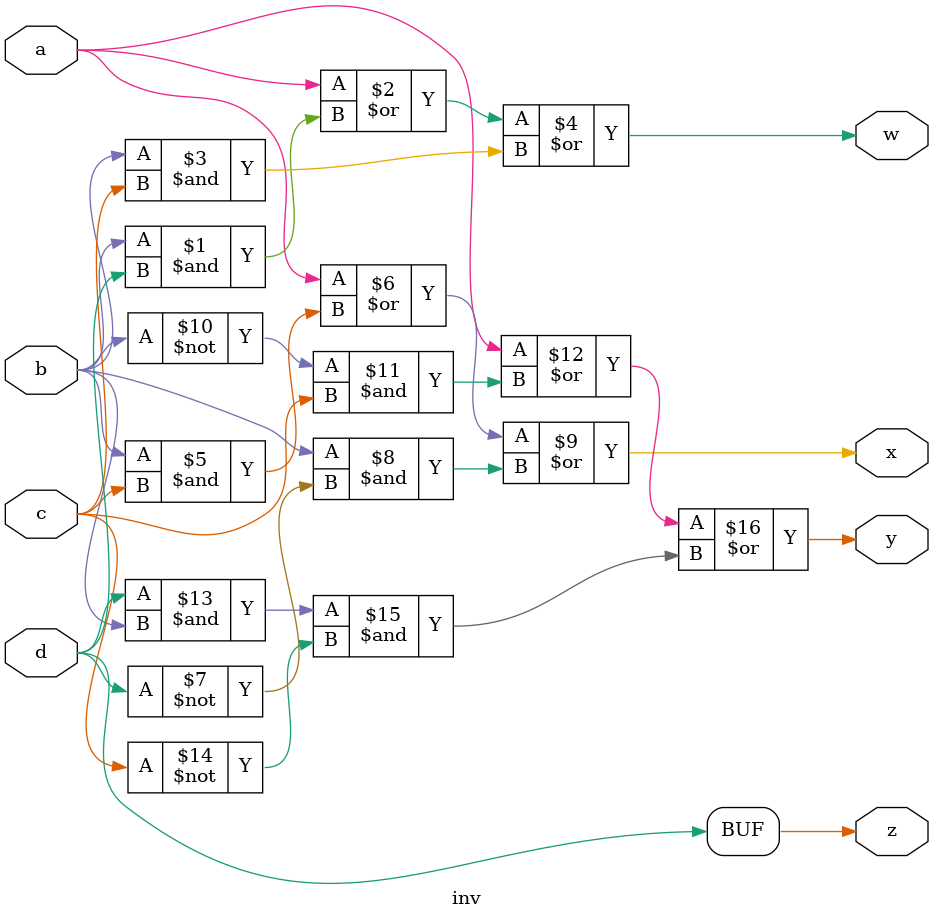
<source format=v>
`timescale 1ns / 1ps

module inv(
    input a,
    input b,
    input c,
    input d,
    output w,
    output x,
    output y,
    output z
);
    
assign w = a | ( b & d ) | ( b & c);
assign x = a | ( b & c ) | ( b & ~d);
assign y = a | ( ~b & c ) | ( d & b & ~c );
assign z = d;
endmodule 
</source>
